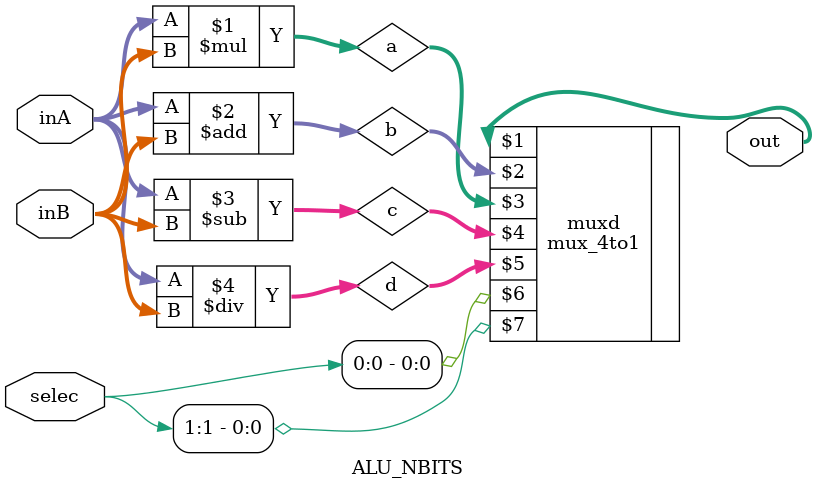
<source format=sv>
module ALU_NBITS #(parameter N = 32) 
	(
		input logic [N - 1 : 0] inA, inB,
		input logic [1 : 0] selec,
		output logic [N - 1 : 0] out
	);
	logic [N - 1 : 0] a, b, c, d;
	
	assign a = inA * inB; //0001
	
	assign b = inA + inB;//0000
	
	assign c = inA - inB;//0010

	assign d = inA / inB;//0100
	
	mux_4to1 #(N) muxd (out, b, a, c, d, selec[0], selec[1]);
	
endmodule

</source>
